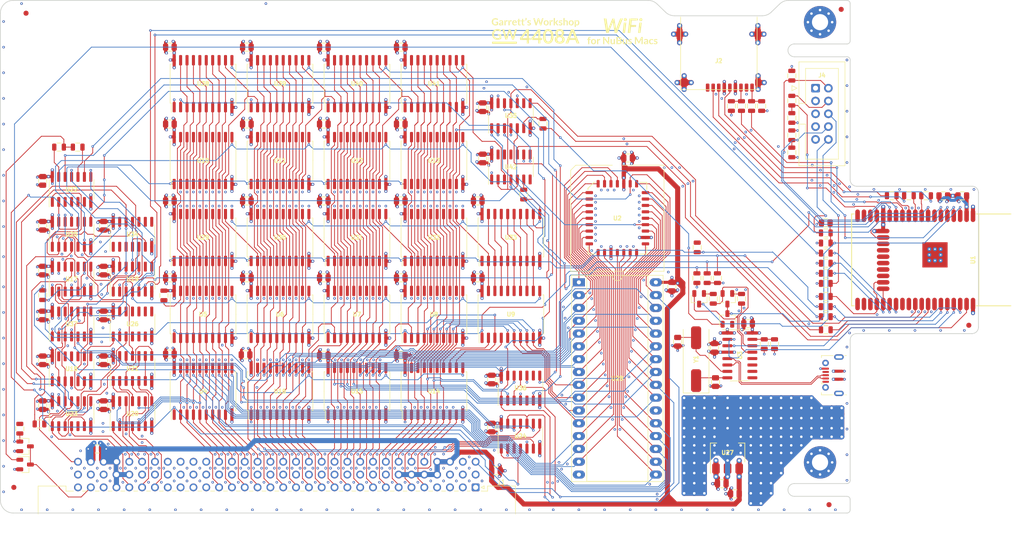
<source format=kicad_pcb>
(kicad_pcb (version 20211014) (generator pcbnew)

  (general
    (thickness 1.6)
  )

  (paper "A4")
  (layers
    (0 "F.Cu" signal)
    (1 "In1.Cu" power)
    (2 "In2.Cu" power)
    (31 "B.Cu" signal)
    (32 "B.Adhes" user "B.Adhesive")
    (33 "F.Adhes" user "F.Adhesive")
    (34 "B.Paste" user)
    (35 "F.Paste" user)
    (36 "B.SilkS" user "B.Silkscreen")
    (37 "F.SilkS" user "F.Silkscreen")
    (38 "B.Mask" user)
    (39 "F.Mask" user)
    (40 "Dwgs.User" user "User.Drawings")
    (41 "Cmts.User" user "User.Comments")
    (42 "Eco1.User" user "User.Eco1")
    (43 "Eco2.User" user "User.Eco2")
    (44 "Edge.Cuts" user)
    (45 "Margin" user)
    (46 "B.CrtYd" user "B.Courtyard")
    (47 "F.CrtYd" user "F.Courtyard")
    (48 "B.Fab" user)
    (49 "F.Fab" user)
  )

  (setup
    (pad_to_mask_clearance 0)
    (pcbplotparams
      (layerselection 0x00010fc_ffffffff)
      (disableapertmacros false)
      (usegerberextensions true)
      (usegerberattributes false)
      (usegerberadvancedattributes false)
      (creategerberjobfile false)
      (svguseinch false)
      (svgprecision 6)
      (excludeedgelayer true)
      (plotframeref false)
      (viasonmask false)
      (mode 1)
      (useauxorigin false)
      (hpglpennumber 1)
      (hpglpenspeed 20)
      (hpglpendiameter 15.000000)
      (dxfpolygonmode true)
      (dxfimperialunits true)
      (dxfusepcbnewfont true)
      (psnegative false)
      (psa4output false)
      (plotreference true)
      (plotvalue true)
      (plotinvisibletext false)
      (sketchpadsonfab false)
      (subtractmaskfromsilk true)
      (outputformat 1)
      (mirror false)
      (drillshape 0)
      (scaleselection 1)
      (outputdirectory "gerber/")
    )
  )

  (net 0 "")
  (net 1 "Net-(C1-Pad1)")
  (net 2 "GND")
  (net 3 "Net-(C2-Pad1)")
  (net 4 "unconnected-(J1-PadA1)")
  (net 5 "/MISOr")
  (net 6 "Net-(J2-Pad5)")
  (net 7 "+3V3")
  (net 8 "Net-(J2-Pad3)")
  (net 9 "Net-(J2-Pad2)")
  (net 10 "unconnected-(J1-PadA2)")
  (net 11 "/DETr")
  (net 12 "unconnected-(J1-PadA3)")
  (net 13 "unconnected-(J1-PadA4)")
  (net 14 "/ESP32/~{TRST}")
  (net 15 "/ESP32/TMS")
  (net 16 "Net-(J4-Pad4)")
  (net 17 "/ESP32/TDO")
  (net 18 "/ESP32/TDI")
  (net 19 "/ESP32/~{SRST}")
  (net 20 "Net-(Q1-Pad1)")
  (net 21 "/ESP32/RTS")
  (net 22 "/ESP32/EN")
  (net 23 "/ESP32/IO0")
  (net 24 "/ESP32/DTR")
  (net 25 "Net-(Q2-Pad1)")
  (net 26 "/MOSI")
  (net 27 "/S~{CS}")
  (net 28 "/SCK")
  (net 29 "/MISO")
  (net 30 "/DET")
  (net 31 "/BusControl/~{CLK}")
  (net 32 "/AddrLatch/~{AD}23")
  (net 33 "/BusControl/BDIR")
  (net 34 "/BusControl/ACK-2")
  (net 35 "/AddrLatch/ACLK")
  (net 36 "/ESP32/TCK")
  (net 37 "/ESP32/IO2")
  (net 38 "Net-(R18-Pad2)")
  (net 39 "/ROM/RD0")
  (net 40 "/ROM/RD1")
  (net 41 "/ROM/RD2")
  (net 42 "/ROM/RD3")
  (net 43 "/ROM/RD4")
  (net 44 "/ROM/RD5")
  (net 45 "/ROM/RD6")
  (net 46 "/ROM/RD7")
  (net 47 "+5V")
  (net 48 "/ESP32/DBG_RX")
  (net 49 "/ESP32/DBG_TX")
  (net 50 "/ESP32/D+")
  (net 51 "/ESP32/D-")
  (net 52 "/AddrLatch/~{AD}25")
  (net 53 "/AddrLatch/~{AD}27")
  (net 54 "/AddrLatch/~{AD}29")
  (net 55 "/AddrLatch/~{AD}31")
  (net 56 "/DataReg/Q31")
  (net 57 "unconnected-(J1-PadA24)")
  (net 58 "/BusControl/REG~{WE}")
  (net 59 "/AddrLatch/~{AD}4")
  (net 60 "/AddrLatch/~{AD}5")
  (net 61 "/AddrLatch/~{AD}6")
  (net 62 "/AddrLatch/~{AD}7")
  (net 63 "/DataReg/Q23")
  (net 64 "/AddrLatch/~{AD}0")
  (net 65 "/AddrLatch/~{AD}1")
  (net 66 "/AddrLatch/~{AD}2")
  (net 67 "/AddrLatch/~{AD}3")
  (net 68 "/AddrLatch/~{AD}11")
  (net 69 "/AddrLatch/~{AD}10")
  (net 70 "/AddrLatch/~{AD}9")
  (net 71 "/AddrLatch/~{AD}8")
  (net 72 "/DataReg/Q15")
  (net 73 "/AddrLatch/~{AD}15")
  (net 74 "/AddrLatch/~{AD}14")
  (net 75 "/AddrLatch/~{AD}13")
  (net 76 "/AddrLatch/~{AD}12")
  (net 77 "/AddrLatch/~{AD}20")
  (net 78 "/AddrLatch/~{AD}21")
  (net 79 "/DataReg/Q7")
  (net 80 "/AddrLatch/~{AD}16")
  (net 81 "/AddrLatch/~{AD}17")
  (net 82 "/AddrLatch/~{AD}18")
  (net 83 "/AddrLatch/~{AD}19")
  (net 84 "unconnected-(J1-PadA25)")
  (net 85 "unconnected-(J1-PadA30)")
  (net 86 "unconnected-(J1-PadA32)")
  (net 87 "unconnected-(J1-PadB1)")
  (net 88 "unconnected-(J1-PadB8)")
  (net 89 "unconnected-(J1-PadB9)")
  (net 90 "unconnected-(J1-PadB10)")
  (net 91 "unconnected-(J1-PadB11)")
  (net 92 "unconnected-(J1-PadB24)")
  (net 93 "/BusControl/REG~{OE}")
  (net 94 "/BusControl/~{ACK}-2")
  (net 95 "/BusControl/ACK-1")
  (net 96 "/BusControl/~{ACK}-1")
  (net 97 "/BusControl/~{CSTART}")
  (net 98 "unconnected-(J1-PadB25)")
  (net 99 "/BusControl/ACK-0")
  (net 100 "/CtrlStatReg/~{RES}")
  (net 101 "Net-(U20-Pad3)")
  (net 102 "/BusControl/~{ID}2")
  (net 103 "/BusControl/~{ID}3")
  (net 104 "Net-(U20-Pad11)")
  (net 105 "/BusControl/~{ID}1")
  (net 106 "Net-(U20-Pad6)")
  (net 107 "Net-(U20-Pad8)")
  (net 108 "/BusControl/~{ID}0")
  (net 109 "/BusControl/~{CSEL}")
  (net 110 "/BusControl/~{START}ACK")
  (net 111 "/BusControl/~{START}")
  (net 112 "/BusControl/START")
  (net 113 "/BusControl/~{WE}")
  (net 114 "/BusControl/~{OE}")
  (net 115 "/DataReg/MISO")
  (net 116 "/BusControl/~{ACK}")
  (net 117 "/BusControl/LA19")
  (net 118 "/AddrLatch/~{TM}0")
  (net 119 "/AddrLatch/~{TM}1")
  (net 120 "unconnected-(J1-PadB26)")
  (net 121 "unconnected-(J1-PadB27)")
  (net 122 "unconnected-(J1-PadB32)")
  (net 123 "unconnected-(J1-PadC2)")
  (net 124 "/AddrLatch/~{AD}22")
  (net 125 "/AddrLatch/~{AD}24")
  (net 126 "/AddrLatch/~{AD}26")
  (net 127 "/AddrLatch/~{AD}28")
  (net 128 "/AddrLatch/~{AD}30")
  (net 129 "unconnected-(J1-PadC23)")
  (net 130 "unconnected-(J1-PadC24)")
  (net 131 "unconnected-(J1-PadC25)")
  (net 132 "/AddrLatch/~{AD}[31..0]")
  (net 133 "unconnected-(J2-Pad1)")
  (net 134 "unconnected-(J2-Pad8)")
  (net 135 "unconnected-(J3-Pad1)")
  (net 136 "unconnected-(J3-Pad2)")
  (net 137 "unconnected-(J3-Pad3)")
  (net 138 "unconnected-(J3-Pad4)")
  (net 139 "unconnected-(J4-Pad5)")
  (net 140 "unconnected-(J4-Pad7)")
  (net 141 "/AddrLatch/L~{A}7")
  (net 142 "/AddrLatch/L~{A}6")
  (net 143 "/AddrLatch/L~{A}5")
  (net 144 "/AddrLatch/L~{A}4")
  (net 145 "/AddrLatch/L~{A}3")
  (net 146 "/AddrLatch/L~{A}2")
  (net 147 "/AddrLatch/L~{A}1")
  (net 148 "/AddrLatch/L~{A}0")
  (net 149 "/AddrLatch/L~{A}15")
  (net 150 "/AddrLatch/L~{A}14")
  (net 151 "/AddrLatch/L~{A}13")
  (net 152 "/AddrLatch/L~{A}12")
  (net 153 "/AddrLatch/L~{A}11")
  (net 154 "/AddrLatch/L~{A}10")
  (net 155 "/AddrLatch/L~{A}9")
  (net 156 "/AddrLatch/L~{A}8")
  (net 157 "/AddrLatch/L~{A}16")
  (net 158 "/AddrLatch/L~{A}17")
  (net 159 "/AddrLatch/L~{A}18")
  (net 160 "/AddrLatch/L~{A}19")
  (net 161 "/AddrLatch/L~{A}20")
  (net 162 "/AddrLatch/L~{A}21")
  (net 163 "/AddrLatch/L~{TM}1")
  (net 164 "/AddrLatch/L~{TM}0")
  (net 165 "/DataReg/SCK")
  (net 166 "/DataReg/~{CS}")
  (net 167 "unconnected-(U1-Pad7)")
  (net 168 "unconnected-(U1-Pad17)")
  (net 169 "unconnected-(U1-Pad18)")
  (net 170 "unconnected-(U1-Pad19)")
  (net 171 "unconnected-(U1-Pad20)")
  (net 172 "unconnected-(U1-Pad21)")
  (net 173 "unconnected-(U1-Pad22)")
  (net 174 "unconnected-(U1-Pad27)")
  (net 175 "unconnected-(U1-Pad28)")
  (net 176 "/BusControl/~{CLK}r")
  (net 177 "Net-(Q4-Pad1)")
  (net 178 "/ESP32/IRQ")
  (net 179 "unconnected-(U1-Pad32)")
  (net 180 "Net-(Q3-Pad1)")
  (net 181 "/CtrlStatReg/ESP_~{EN}")
  (net 182 "/BusControl/ROM~{WE}")
  (net 183 "unconnected-(U3-Pad9)")
  (net 184 "/DataReg/Q33")
  (net 185 "/DataReg/Q34")
  (net 186 "/DataReg/Q35")
  (net 187 "/DataReg/Q36")
  (net 188 "/DataReg/Q37")
  (net 189 "/DataReg/Q38")
  (net 190 "/DataReg/Q39")
  (net 191 "/DataReg/Q32")
  (net 192 "/DataReg/Q30")
  (net 193 "/DataReg/Q29")
  (net 194 "/DataReg/Q28")
  (net 195 "/DataReg/Q27")
  (net 196 "/DataReg/Q26")
  (net 197 "/DataReg/Q25")
  (net 198 "/DataReg/Q17")
  (net 199 "/DataReg/Q18")
  (net 200 "/DataReg/Q19")
  (net 201 "/DataReg/Q20")
  (net 202 "/DataReg/Q21")
  (net 203 "/DataReg/Q22")
  (net 204 "/DataReg/Q24")
  (net 205 "/DataReg/Q16")
  (net 206 "/DataReg/Q14")
  (net 207 "/DataReg/Q13")
  (net 208 "/DataReg/Q12")
  (net 209 "/DataReg/Q11")
  (net 210 "/DataReg/Q10")
  (net 211 "/DataReg/Q9")
  (net 212 "/DataReg/Q1")
  (net 213 "/DataReg/Q2")
  (net 214 "/DataReg/Q3")
  (net 215 "/DataReg/Q4")
  (net 216 "/DataReg/Q5")
  (net 217 "/DataReg/Q6")
  (net 218 "/DataReg/Q8")
  (net 219 "/CtrlStatReg/~{RDREQ}N")
  (net 220 "/CtrlStatReg/~{WRREQ}N")
  (net 221 "unconnected-(U3-Pad10)")
  (net 222 "unconnected-(U3-Pad11)")
  (net 223 "/CtrlStatReg/~{NMRQ}")
  (net 224 "Net-(Q5-Pad1)")
  (net 225 "Net-(R31-Pad2)")
  (net 226 "Net-(R32-Pad2)")
  (net 227 "/CtrlStatReg/~{RDREQ}")
  (net 228 "Net-(U21-Pad10)")
  (net 229 "Net-(U23-Pad9)")
  (net 230 "/CtrlStatReg/WRREQ")
  (net 231 "/CtrlStatReg/~{WRREQ}")
  (net 232 "/CtrlStatReg/WR~{IE}")
  (net 233 "unconnected-(U3-Pad12)")
  (net 234 "/CtrlStatReg/RD~{IE}")
  (net 235 "Net-(U21-Pad6)")
  (net 236 "/BusControl/~{ACK}-0")
  (net 237 "unconnected-(U18-Pad8)")
  (net 238 "unconnected-(U18-Pad9)")
  (net 239 "unconnected-(U18-Pad10)")
  (net 240 "Net-(U19-Pad1)")
  (net 241 "unconnected-(U18-Pad11)")
  (net 242 "unconnected-(U18-Pad12)")
  (net 243 "unconnected-(U18-Pad13)")
  (net 244 "Net-(R9-Pad1)")
  (net 245 "Net-(R9-Pad2)")
  (net 246 "/DataReg/MOSI")
  (net 247 "/CtrlStatReg/RDCLK")
  (net 248 "/CtrlStatReg/WRCLK")
  (net 249 "/DataReg/RQ0")
  (net 250 "/DataReg/RQ1")
  (net 251 "/DataReg/RQ2")
  (net 252 "/DataReg/RQ3")
  (net 253 "/DataReg/RQ4")
  (net 254 "/DataReg/RQ5")
  (net 255 "/DataReg/RQ6")
  (net 256 "/DataReg/RQ7")
  (net 257 "/DataReg/RQ15")
  (net 258 "/DataReg/RQ14")
  (net 259 "/DataReg/RQ13")
  (net 260 "/DataReg/RQ12")
  (net 261 "/DataReg/RQ11")
  (net 262 "/DataReg/RQ10")
  (net 263 "/DataReg/RQ9")
  (net 264 "/DataReg/RQ8")
  (net 265 "/DataReg/RQ16")
  (net 266 "/DataReg/RQ17")
  (net 267 "/DataReg/RQ18")
  (net 268 "/DataReg/RQ19")
  (net 269 "/DataReg/RQ20")
  (net 270 "/DataReg/RQ21")
  (net 271 "/DataReg/RQ22")
  (net 272 "/DataReg/RQ23")
  (net 273 "/DataReg/RQ31")
  (net 274 "/DataReg/RQ30")
  (net 275 "/DataReg/RQ29")
  (net 276 "/DataReg/RQ28")
  (net 277 "/DataReg/RQ27")
  (net 278 "/DataReg/RQ26")
  (net 279 "/DataReg/RQ25")
  (net 280 "/DataReg/RQ24")
  (net 281 "Net-(R37-Pad2)")
  (net 282 "Net-(U33-Pad12)")
  (net 283 "Net-(U38-Pad2)")
  (net 284 "Net-(U38-Pad11)")
  (net 285 "Net-(R25-Pad1)")
  (net 286 "Net-(R26-Pad1)")
  (net 287 "Net-(R33-Pad1)")
  (net 288 "unconnected-(U19-Pad9)")
  (net 289 "/DataReg/P~{OE}")
  (net 290 "unconnected-(U35-Pad9)")
  (net 291 "unconnected-(U36-Pad5)")
  (net 292 "unconnected-(U36-Pad9)")
  (net 293 "unconnected-(U37-Pad6)")
  (net 294 "unconnected-(U37-Pad8)")

  (footprint "stdpads:SOIC-14_3.9mm" (layer "F.Cu") (at 82.55 108.585))

  (footprint "Connector_IDC:IDC-Header_2x05_P2.54mm_Vertical" (layer "F.Cu") (at 229.87 52.959))

  (footprint "stdpads:ESP32-WROVER_WROOM-32_WROVER" (layer "F.Cu") (at 255.778 86.995 180))

  (footprint "stdpads:R_0805" (layer "F.Cu") (at 225.171 62.296 90))

  (footprint "stdpads:R_0805" (layer "F.Cu") (at 231.9 81.65))

  (footprint "stdpads:R_0805" (layer "F.Cu") (at 231.9 100.85 180))

  (footprint "stdpads:C_0805" (layer "F.Cu") (at 166.585 128.778))

  (footprint "stdpads:R_0805" (layer "F.Cu") (at 83.759 64.643))

  (footprint "stdpads:DIN41612_R_3x32_Male_Horizontal_THT" (layer "F.Cu") (at 162.56 132.08 180))

  (footprint "Package_DIP:DIP-32_W15.24mm_Socket_LongPads" (layer "F.Cu") (at 183.007 91.44))

  (footprint "stdpads:C_0805" (layer "F.Cu") (at 76.835 98.005 -90))

  (footprint "stdpads:C_0805" (layer "F.Cu") (at 76.835 89.115 -90))

  (footprint "stdpads:C_0805" (layer "F.Cu") (at 147.74 44.831 180))

  (footprint "stdpads:SOIC-20W_7.5mm" (layer "F.Cu") (at 123.825 113.03))

  (footprint "stdpads:C_0805" (layer "F.Cu") (at 162.98 90.551 180))

  (footprint "stdpads:C_0805" (layer "F.Cu") (at 162.98 75.311 180))

  (footprint "stdpads:SOIC-20W_7.5mm" (layer "F.Cu") (at 108.585 82.55))

  (footprint "stdpads:SOIC-20W_7.5mm" (layer "F.Cu") (at 108.585 113.03))

  (footprint "stdpads:SOIC-20W_7.5mm" (layer "F.Cu") (at 169.545 82.55))

  (footprint "stdpads:R_0805" (layer "F.Cu") (at 231.9 98.25 180))

  (footprint "stdpads:SOIC-14_3.9mm" (layer "F.Cu") (at 82.55 117.475))

  (footprint "stdpads:MountingHole_3.2mm_M3_Pad_Via" (layer "F.Cu") (at 230.759 127.127))

  (footprint "stdpads:SOIC-14_3.9mm" (layer "F.Cu") (at 169.545 58.42))

  (footprint "stdpads:C_0805" (layer "F.Cu") (at 163.957 66.89 -90))

  (footprint "stdpads:SOIC-14_3.9mm" (layer "F.Cu") (at 169.545 68.58))

  (footprint "stdpads:SOIC-20W_7.5mm" (layer "F.Cu") (at 154.305 113.03))

  (footprint "stdpads:C_0805" (layer "F.Cu") (at 163.957 56.73 -90))

  (footprint "stdpads:C_0805" (layer "F.Cu") (at 192.747 66.802))

  (footprint "stdpads:C_0805" (layer "F.Cu") (at 87.63 124.46 180))

  (footprint "stdpads:SOIC-20W_7.5mm" (layer "F.Cu")
    (tedit 5FDA0195) (tstamp 00000000-0000-0000-0000-000061a77743)
    (at 139.065 67.31)
    (descr "SOIC, 20 Pin (JEDEC MS-013AC, https://www.analog.com/media/en/package-pcb-resources/package/233848rw_20.pdf), generated with kicad-footprint-generator ipc_gullwing_generator.py")
    (tags "SOIC SO")
    (property "LCSC Part" "C6097")
    (property "Sheetfile" "DataReg.kicad_sch")
    (property "Sheetname" "DataReg")
    (path "/00000000-0000-0000-0000-000061c6168c/00000000-0000-0000-0000-000061e4a2e3")
    (solder_mask_margin 0.05)
    (solder_paste_margin -0.025)
    (attr smd)
    (fp_text reference "U12" (at 0 0 180) (layer "F.Fab")
      (effects (font (size 0.8128 0.8128) (thickness 0.2032)))
      (tstamp f0f06ae3-1e13-44be-bb4c-cd708e56fb43)
    )
    (fp_text value "74LVC574AD" (at 0 1.27 180) (layer "F.Fab")
      (effects (font (size 0.8128 0.8128) (thickness 0.2032)))
      (tstamp 502a5913-ee24-401f-9f1a-9d3a372ca6ac)
    )
    (fp_text user "${REFERENCE}" (at 0 0 180) (layer "F.SilkS")
      (effects (font (size 0.8128 0.8128) (thickness 0.2032)))
      (tstamp da72a49f-1d98-4ec6-a8da-2d113d494eac)
    )
    (fp_line (start 6.51 0) (end 6.51 3.86) (layer "F.SilkS") (width 0.12) (tstamp 0471630c-6e2d-4993-a721-ad6b31523ea6))
    (fp_line (start 6.51 -3.86) (end 6.275 -3.86) (layer "F.SilkS") (width 0.12) (tstamp 1b39aee1-14bb-4f57-949c-af5946eea388))
    (fp_line (start -6.51 3.86) (end -6.275 3.86) (layer "F.SilkS") (width 0.12) (tstamp 3f337261-bd0b-4a3c-af5d-41e4f20b8d2b))
    (fp_line (start -6.275 3.86) (end -6.275 5.675) (layer "F.SilkS") (width 0.12) (tstamp 89b4a707-c1ed-4546-9194-77a5268f4f37))
    (fp_line (start -6.51 0) (end -6.51 -3.86) (layer "F.SilkS") (width 0.12) (tstamp bfdd06e2-88b3-46c3-90e9-61feb9373e52))
    (fp_line (start 6.51 3.86) (end 6.275 3.86) (layer "F.SilkS") (width 0.12) (tstamp c28a02b8-543d-4b71-94f5-b4f7fb82f2a4))
    (fp_line (start 6.51 0) (end 6.51 -3.86) (layer "F.SilkS") (width 0.12) (tstamp cbe5ee8f-62c2-4029-9056-b2f9e38d44f7))
    (fp_line (start -6.51 -3.86) (end -6.275 -3.86) (layer "F.SilkS") (width 0.12) (tstamp e55179bd-83e9-4012-8409-5f9273ff012b))
    (fp_line (start -6.51 0) (end -6.51 3.86) (layer "F.SilkS") (width 0.12) (tstamp e5d566b5-604a-4348-bb23-43d85bcaf394))
    (fp_line (start -6.65 -5.93) (end -6.65 5.93) (layer "F.CrtYd") (width 0.05) (tstamp 73a6877f-e142-4c8a-9931-2019ad27bde0))
    (fp_line (start -6.65 5.93) (end 6.65 5.93) (layer "F.CrtYd") (width 0.05) (tstamp 89c5080f-2ff3-46dd-9810-2d1cc5f0678f))
    (fp_line (start 6.65 5.93) (end 6.65 -5.93) (layer "F.CrtYd") (width 0.05) (tstamp a0f7b4f1-b832-4e8c-a8da-e907a365d7c9))
    (fp_line (start 6.65 -5.93) (end -6.65 -5.93) (layer "F.CrtYd") (width 0.05) (tstamp d462d3d3-f72d-4da5-ba63-9581787e3cbc))
    (fp_line (start 6.4 3.75) (end -5.4 3.75) (layer "F.Fab") (width 0.1) (tstamp 5c99a6ab-e247-47b9-aa50-cb98a25ea96f))
    (fp_line (start -6.4 2.75) (end -6.4 -3.75) (layer "F.Fab") (width 0.1) (tstamp 6eb210e6-2a55-4bbe-b437-8097f6ba8718))
    (fp_line (start -6.4 -3.75) (end 6.4 -3.75) (layer "F.Fab") (width 0.1) (tstamp 70335fd6-e8f4-4775-9886-57d960327617))
    (fp_line (start 6.4 -3.75) (end 6.4 3.75) (layer "F.Fab") (width 0.1) (tstamp 89a0ce78-20ea-4c37-a2a1-821844b77b5d))
    (fp_line (start -5.4 3.75) (end -6.4 2.75) (layer "F.Fab") (width 0.1) (tstamp a6891bb5-a357-4c05-8e0e-ce8ff96bc5b7))
    (pad "1" smd roundrect locked (at -5.715 4.65 90) (size 2.05 0.6) (layers "F.Cu" "F.Paste" "F.Mask") (roundrect_rratio 0.25)
      (net 93 "/BusControl/REG~{OE}") (pinfunction "~{OE}") (pintype "input") (tstamp f0cd2f6a-13e3-4422-92eb-7464963ad5dd))
    (pad "2" smd roundrect locked (at -4.445 4.65 90) (size 2.05 0.6) (layers "F.Cu" "F.Paste" "F.Mask") (roundrect_rratio 0.25)
      (net 265 "/DataReg/RQ16") (pinfunction "D0") (pintype "input") (tstamp a33d6ff6-9fb4-476d-9789-fc72d0c496e1))
    (pad "3" smd roundrect locked (at -3.175 4.65 90) (size 2.05 0.6) (layers "F.Cu" "F.Paste" "F.Mask") (roundrect_rratio 0.25)
      (net 266 "/DataReg/RQ17") (pinfunction "D1") (pintype "input") (tstamp ceff1def-bbe1-4512-a6d7-f3869f052039))
    (pad "4" smd roundrect locked (at -1.905 4.65 90) (size 2.05 0.6) (layers "F.Cu" "F.Paste" "F.Mask") (roundrect_rratio 0.25)
      (net 267 "/DataReg/RQ18") (pinfunction "D2") (pintype "input") (tstamp ddc711b2-fdb3-4db6-9651-a915652253ea))
    (pad "5" smd roundrect locked (at -0.635 4.65 90) (size 2.05 0.6) (layers "F.Cu" "F.Paste" "F.Mask") (roundrect_rratio 0.25)
      (net 268 "/DataReg/RQ19") (pinfunction "D3") (pintype "input") (tstamp cb813e4c-244c-4fbf-8ac1-5fe6dbc85f33))
    (pad "6" smd roundrect locked (at 0.635 4.65 90) (size 2.05 0.6) (layers "F.Cu" "F.Paste" "F.Mask") (roundrect_rratio 0.25)
      (net 269 "/DataReg/RQ20") (pinfunction "D4") (pintype "input") (tstamp d51356de-7a08-4f61-8d59-ec2de526438e))
    (pad "7" smd roundrect locked (at 1.905 4.65 90) (size 2.05 0.6) (layers "F.Cu" "F.Paste" "F.Mask") (roundrect_rratio 0.25)
      (net 270 "/DataReg/RQ21") (pinfunction "D5") (pintype "input") (tstamp bff0b23a-b0e0-4363-ad23-b074efcfade9))
    (pad "8" smd roundrect locked (at 3.175 4.65 90) (size 2.05 0.6) (layers "F.Cu" "F.Paste" "F.Mask") (roundrect_rratio 0.25)
      (net 271 "/DataReg/RQ22") (pinfunction "D6") (pintype "input") (tstamp e11d4797-7f79-4589-891b-4c7e75e93830))
    (pad "9" smd roundrect locked (at 4.445 4.65 90) (size 2.05 0.6) (layers "F.Cu" "F.Paste" "F.Mask") (roundrect_rratio 0.25)
      (net 272 "/DataReg/RQ23") (pinfunction "D7") (pintype "input") (tstamp 44d5e0e6-a159-42fd-a0ab-fbb431995d1f))
    (pad "10" smd roundrect locked (at 5.715 4.65 90) (size 2.05 0.6) (layers "F.Cu" "F.Paste" "F.Mask") (roundrect_rratio 0.25)
      (net 2 "GND") (pinfunction "GND") (pintype "power_in") (tstamp 296b25c7-a2d7-4fad-9b50-9dafe3638219))
    (pad "11" smd roundrect locked (at 5.715 -4.65 90) (size 2.05 0.6) (layers "F.Cu" "F.Paste" "F.Mask") (roundrect_rratio 0.25)
      (net 247 "/CtrlStatReg/RDCLK") (pinfunction "CK") (pintype "input") (tstamp 25bf2f4f-f68e-4667-add2-543777a27bc7))
    (pad "12" smd roundrect locked (at 4.445 -4.65 90) (size 2.05 0.6) (layers "F.Cu" "F.Paste" "F.Mask") (roundrect_rratio 0.25)
      (net 71 "/AddrLatch/~{AD}8") (pinfunction "Q7") (pintype "tri_state") (tstamp ed22c653-fec6-4172-a7f0-40c3c4feddc0))
    (pad "13" smd roundrect locked (at 3.175 -4.65 90) (size 2.05 0.6) (layers "F.Cu" "F.Paste" "F.Mask") (roundrect_rratio 0.25)
      (net 70 "/AddrLatch/~{AD}9") (pinfunction "Q6") (pintype "tri_state") (tstamp 34c42ce1-4daa-44ed-9b0d-116fcfc2d0d8))
    (pad "14" smd roundrect locked (at 1.905 -4.65 90) (size 2.05 0.6) (layers "F.Cu" "F.Paste" "F.Mask") (roundrect_rratio 0.25)
      (net 69 "/AddrLatch/~{AD}10") (pinfunction "Q5") (pintype "tri_state") (tstamp ca0485b5-da63-4462-815b-2b1cbe40f6b6))
    (pad "15" smd roundrect locked (at 0.635 -4.65 90) (size 2.05 0.6) (layers "F.Cu" "F.Paste" "F.Mask") (roundrect_rratio 0.25)
      (net 68 "/AddrLatch/~{AD}11") (pinfunction "Q4") (pintype "tri_state") (tstamp 39dd64e4-af0d-4c99-bae8-be8cc86b1cb4))
    (pad "16" smd roundrect locked (at -0.635 -4.65 90) (size 2.05 0.6) (layers "F.Cu" "F.Paste" "F.Mask") (roundrect_rratio 0.25)
      (net 76 "/AddrLatch/~{AD}12") (pinfunction "Q3") (pintype "tri_state") (tstamp 8520d116-3cd8-47fc-8007-e4ded6b6d0ac))
    (pad "17" smd roundrect locked (at -1.905 -4.65 90) (size 2.05 0.6) (layers "F.Cu" "F.Paste" "F.Mask") (roundrect_rrat
... [1407918 chars truncated]
</source>
